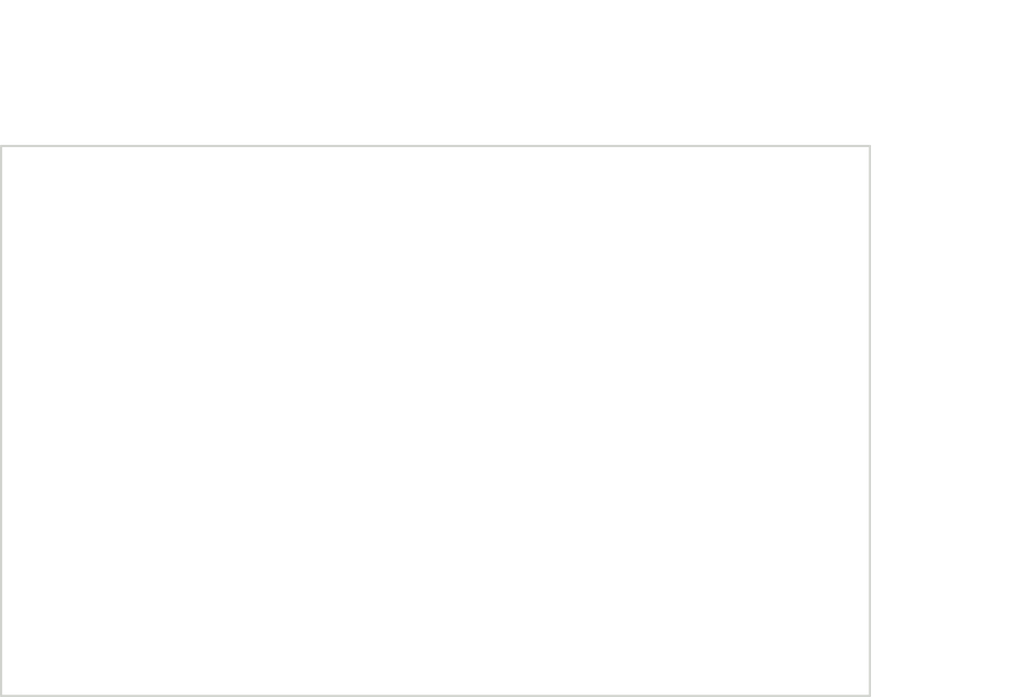
<source format=kicad_pcb>
(kicad_pcb (version 20221018) (generator pcbnew)

  (general
    (thickness 1.6)
  )

  (paper "A4")
  (layers
    (0 "F.Cu" signal)
    (31 "B.Cu" signal)
    (32 "B.Adhes" user "B.Adhesive")
    (33 "F.Adhes" user "F.Adhesive")
    (34 "B.Paste" user)
    (35 "F.Paste" user)
    (36 "B.SilkS" user "B.Silkscreen")
    (37 "F.SilkS" user "F.Silkscreen")
    (38 "B.Mask" user)
    (39 "F.Mask" user)
    (40 "Dwgs.User" user "User.Drawings")
    (41 "Cmts.User" user "User.Comments")
    (42 "Eco1.User" user "User.Eco1")
    (43 "Eco2.User" user "User.Eco2")
    (44 "Edge.Cuts" user)
    (45 "Margin" user)
    (46 "B.CrtYd" user "B.Courtyard")
    (47 "F.CrtYd" user "F.Courtyard")
    (48 "B.Fab" user)
    (49 "F.Fab" user)
  )

  (setup
    (pad_to_mask_clearance 0.051)
    (solder_mask_min_width 0.25)
    (pcbplotparams
      (layerselection 0x00010fc_ffffffff)
      (plot_on_all_layers_selection 0x0000000_00000000)
      (disableapertmacros false)
      (usegerberextensions false)
      (usegerberattributes false)
      (usegerberadvancedattributes false)
      (creategerberjobfile false)
      (dashed_line_dash_ratio 12.000000)
      (dashed_line_gap_ratio 3.000000)
      (svgprecision 4)
      (plotframeref false)
      (viasonmask false)
      (mode 1)
      (useauxorigin false)
      (hpglpennumber 1)
      (hpglpenspeed 20)
      (hpglpendiameter 15.000000)
      (dxfpolygonmode true)
      (dxfimperialunits true)
      (dxfusepcbnewfont true)
      (psnegative false)
      (psa4output false)
      (plotreference true)
      (plotvalue true)
      (plotinvisibletext false)
      (sketchpadsonfab false)
      (subtractmaskfromsilk false)
      (outputformat 1)
      (mirror false)
      (drillshape 1)
      (scaleselection 1)
      (outputdirectory "")
    )
  )

  (net 0 "")

  (gr_line (start 105.28 75.600001) (end 105.28 63.425)
    (stroke (width 0.2) (type solid)) (layer "Dwgs.User") (tstamp 0f129a27-f057-42b6-9160-5999100bd36a))
  (gr_line (start 185.28 76.600001) (end 197.455 76.6)
    (stroke (width 0.2) (type solid)) (layer "Dwgs.User") (tstamp 1077fe69-eb5e-497f-9e49-86a6377c549a))
  (gr_line (start 194.28 78.600001) (end 194.28 93.292565)
    (stroke (width 0.2) (type solid)) (layer "Dwgs.User") (tstamp 4bc76d47-efe2-4757-9dd9-39d4e2d727fd))
  (gr_line (start 182.28 66.6) (end 148.824611 66.6)
    (stroke (width 0.2) (type solid)) (layer "Dwgs.User") (tstamp 587609ee-eb2b-482b-a5ea-399c22c38852))
  (gr_line (start 185.28 126.6) (end 197.455 126.6)
    (stroke (width 0.2) (type solid)) (layer "Dwgs.User") (tstamp 619176d2-4a5f-457a-8eac-2be3981ae85a))
  (gr_line (start 107.28 66.6) (end 140.735388 66.6)
    (stroke (width 0.2) (type solid)) (layer "Dwgs.User") (tstamp 869fee9a-5254-46cb-8172-cd71800cb197))
  (gr_line (start 194.28 124.6) (end 194.28 100.407436)
    (stroke (width 0.2) (type solid)) (layer "Dwgs.User") (tstamp a80d4e8a-5a7e-4343-9330-c2aef5db358e))
  (gr_line (start 184.28 75.600001) (end 184.28 63.425)
    (stroke (width 0.2) (type solid)) (layer "Dwgs.User") (tstamp b179c9e6-1a3c-49e8-9d93-aca3d0328259))
  (gr_line (start 184.28 126.6) (end 184.28 76.600001)
    (stroke (width 0.2) (type solid)) (layer "Edge.Cuts") (tstamp 218a42dd-36b2-4f4a-b94d-c3540ad8bc30))
  (gr_line (start 105.28 76.600001) (end 105.28 126.600001)
    (stroke (width 0.2) (type solid)) (layer "Edge.Cuts") (tstamp 7b93f769-3915-4767-a51c-1cae0d69b3ac))
  (gr_line (start 105.28 126.600001) (end 184.28 126.6)
    (stroke (width 0.2) (type solid)) (layer "Edge.Cuts") (tstamp 7c3cd97f-4a45-45a7-ad12-a3c9a26229e7))
  (gr_line (start 184.28 76.600001) (end 105.28 76.600001)
    (stroke (width 0.2) (type solid)) (layer "Edge.Cuts") (tstamp ee943ee7-58d7-4b40-affb-488f306742fe))
  (gr_text "[3.11]" (at 144.78 68.489462) (layer "Dwgs.User") (tstamp 0e4102f5-5e23-4501-b6df-34d361f874af)
    (effects (font (size 1.7 1.53) (thickness 0.2125)))
  )
  (gr_text " 79.00" (at 144.78 64.932026) (layer "Dwgs.User") (tstamp 16a079e3-2226-46e5-9439-9a612774e5b2)
    (effects (font (size 1.7 1.53) (thickness 0.2125)))
  )
  (gr_text " 50.00" (at 194.28 95.182026) (layer "Dwgs.User") (tstamp 7bcd0b14-29ce-49cc-b589-2c0f4ca03c8d)
    (effects (font (size 1.7 1.53) (thickness 0.2125)))
  )
  (gr_text "[1.97]" (at 194.28 98.739462) (layer "Dwgs.User") (tstamp e2f11c01-c8b3-4cc6-9f6f-cb6952c71e71)
    (effects (font (size 1.7 1.53) (thickness 0.2125)))
  )

)

</source>
